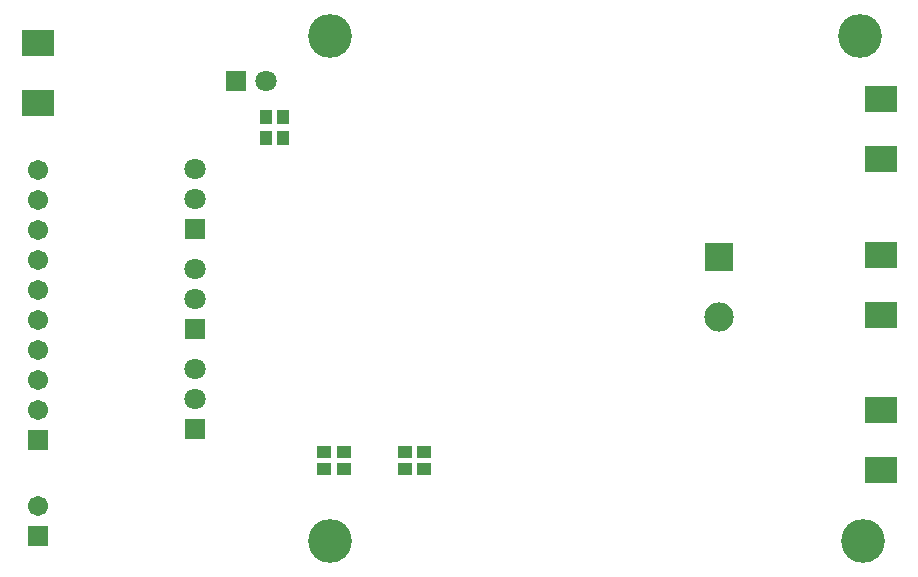
<source format=gbs>
G04*
G04 #@! TF.GenerationSoftware,Altium Limited,Altium Designer,20.2.7 (254)*
G04*
G04 Layer_Color=16711935*
%FSLAX25Y25*%
%MOIN*%
G70*
G04*
G04 #@! TF.SameCoordinates,ECD674B8-324E-4609-97E5-6B7B15D5A4BB*
G04*
G04*
G04 #@! TF.FilePolarity,Negative*
G04*
G01*
G75*
%ADD28R,0.04540X0.03950*%
%ADD29R,0.03950X0.04540*%
%ADD36R,0.10642X0.08674*%
%ADD37R,0.09800X0.09800*%
%ADD38C,0.09800*%
%ADD39C,0.07099*%
%ADD40R,0.07099X0.07099*%
%ADD41R,0.07099X0.07099*%
%ADD42C,0.06706*%
%ADD43R,0.06706X0.06706*%
%ADD44C,0.14600*%
D28*
X-49750Y-61456D02*
D03*
Y-55944D02*
D03*
X-16601Y-61456D02*
D03*
Y-55944D02*
D03*
X-22901Y-61456D02*
D03*
Y-55944D02*
D03*
X-43350Y-61456D02*
D03*
Y-55944D02*
D03*
D29*
X-69106Y56000D02*
D03*
X-63595D02*
D03*
X-69157Y48897D02*
D03*
X-63645D02*
D03*
D36*
X135600Y-61700D02*
D03*
Y-41700D02*
D03*
Y-10000D02*
D03*
Y10000D02*
D03*
Y41700D02*
D03*
Y61700D02*
D03*
X-145300Y80600D02*
D03*
Y60600D02*
D03*
D37*
X81900Y9100D02*
D03*
D38*
Y-10900D02*
D03*
D39*
X-93000Y5200D02*
D03*
Y-4800D02*
D03*
Y-38100D02*
D03*
Y-28100D02*
D03*
Y38600D02*
D03*
Y28600D02*
D03*
X-69100Y67800D02*
D03*
D40*
X-93000Y-14800D02*
D03*
Y-48100D02*
D03*
Y18600D02*
D03*
D41*
X-79100Y67800D02*
D03*
D42*
X-145200Y-73700D02*
D03*
X-145300Y8100D02*
D03*
Y-11900D02*
D03*
Y-31900D02*
D03*
Y-41900D02*
D03*
Y-21900D02*
D03*
Y-1900D02*
D03*
Y18100D02*
D03*
Y28100D02*
D03*
Y38100D02*
D03*
D43*
X-145200Y-83700D02*
D03*
X-145300Y-51900D02*
D03*
D44*
X-47800Y-85600D02*
D03*
Y83000D02*
D03*
X128600D02*
D03*
X129900Y-85600D02*
D03*
M02*

</source>
